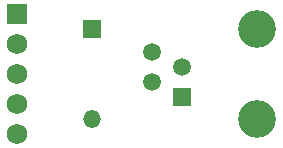
<source format=gbs>
G04 (created by PCBNEW (22-Jun-2014 BZR 4027)-stable) date Wed 04 Apr 2018 07:30:33 PM CDT*
%MOIN*%
G04 Gerber Fmt 3.4, Leading zero omitted, Abs format*
%FSLAX34Y34*%
G01*
G70*
G90*
G04 APERTURE LIST*
%ADD10C,0.00590551*%
%ADD11R,0.069X0.069*%
%ADD12C,0.069*%
%ADD13C,0.059*%
%ADD14R,0.059X0.059*%
%ADD15C,0.125984*%
%ADD16O,0.059X0.059*%
G04 APERTURE END LIST*
G54D10*
G54D11*
X68500Y-41750D03*
G54D12*
X68500Y-42750D03*
X68500Y-43750D03*
X68500Y-44750D03*
X68500Y-45750D03*
G54D13*
X73000Y-44000D03*
X73000Y-43000D03*
G54D14*
X74000Y-44500D03*
G54D13*
X74000Y-43500D03*
G54D15*
X76500Y-42251D03*
X76500Y-45251D03*
G54D14*
X71000Y-42250D03*
G54D16*
X71000Y-45250D03*
M02*

</source>
